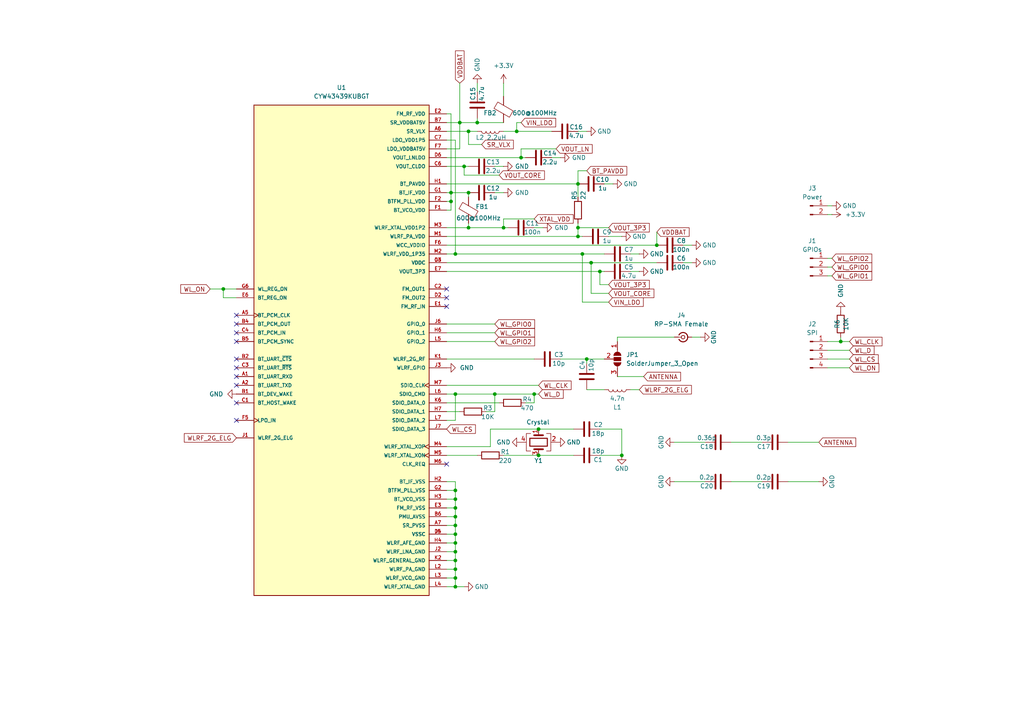
<source format=kicad_sch>
(kicad_sch (version 20250114) (generator "eeschema") (generator_version "9.0")
  (paper "A4")
  (lib_symbols
    (symbol "CYW43439:CYW43439KUBGT" (pin_names (offset 1.016))
      (property "Reference" "U" (at -25.4 73.66 0))
      (property "Value" "CYW43439KUBGT" (at -25.4 -73.66 0))
      (symbol "CYW43439KUBGT_0_0"
        (rectangle (start -25.4 -71.12) (end 25.4 71.12) (stroke (width 0.254)) (fill (type background)))
        (pin input line (at -30.48 17.78 0) (length 5.08) (name "WL_REG_ON") (number "G6"))
        (pin input line (at -30.48 15.24 0) (length 5.08) (name "BT_REG_ON") (number "E6"))
        (pin bidirectional clock (at -30.48 10.16 0) (length 5.08) (name "BT_PCM_CLK") (number "A5"))
        (pin output line (at -30.48 7.62 0) (length 5.08) (name "BT_PCM_OUT") (number "B4"))
        (pin input line (at -30.48 5.08 0) (length 5.08) (name "BT_PCM_IN") (number "C4"))
        (pin bidirectional line (at -30.48 2.54 0) (length 5.08) (name "BT_PCM_SYNC") (number "B5"))
        (pin input line (at -30.48 -2.54 0) (length 5.08) (name "BT_UART_~{CTS}") (number "B2"))
        (pin output line (at -30.48 -5.08 0) (length 5.08) (name "BT_UART_~{RTS}") (number "C3"))
        (pin input line (at -30.48 -7.62 0) (length 5.08) (name "BT_UART_RXD") (number "A1"))
        (pin output line (at -30.48 -10.16 0) (length 5.08) (name "BT_UART_TXD") (number "A2"))
        (pin bidirectional line (at -30.48 -12.7 0) (length 5.08) (name "BT_DEV_WAKE") (number "B1"))
        (pin bidirectional line (at -30.48 -15.24 0) (length 5.08) (name "BT_HOST_WAKE") (number "C1"))
        (pin input clock (at -30.48 -20.32 0) (length 5.08) (name "LPO_IN") (number "F5"))
        (pin input line (at -30.48 -25.4 0) (length 5.08) (name "WLRF_2G_ELG") (number "J1"))
        (pin bidirectional line (at 30.48 68.58 180) (length 5.08) (name "FM_RF_VDD") (number "E2"))
        (pin power_in line (at 30.48 66.04 180) (length 5.08) (name "SR_VDDBAT5V") (number "B7"))
        (pin power_in line (at 30.48 63.5 180) (length 5.08) (name "SR_VLX") (number "A6"))
        (pin power_in line (at 30.48 60.96 180) (length 5.08) (name "LDO_VDD1P5") (number "C7"))
        (pin power_in line (at 30.48 58.42 180) (length 5.08) (name "LDO_VDDBAT5V") (number "F7"))
        (pin power_in line (at 30.48 55.88 180) (length 5.08) (name "VOUT_LNLDO") (number "D6"))
        (pin power_in line (at 30.48 53.34 180) (length 5.08) (name "VOUT_CLDO") (number "C6"))
        (pin power_in line (at 30.48 48.26 180) (length 5.08) (name "BT_PAVDD") (number "H1"))
        (pin power_in line (at 30.48 45.72 180) (length 5.08) (name "BT_IF_VDD") (number "G1"))
        (pin power_in line (at 30.48 43.18 180) (length 5.08) (name "BTFM_PLL_VDD") (number "F2"))
        (pin power_in line (at 30.48 40.64 180) (length 5.08) (name "BT_VCO_VDD") (number "F1"))
        (pin power_in line (at 30.48 35.56 180) (length 5.08) (name "WLRF_XTAL_VDD1P2") (number "M3"))
        (pin power_in line (at 30.48 33.02 180) (length 5.08) (name "WLRF_PA_VDD") (number "M1"))
        (pin power_in line (at 30.48 30.48 180) (length 5.08) (name "WCC_VDDIO") (number "F6"))
        (pin power_in line (at 30.48 27.94 180) (length 5.08) (name "WLRF_VDD_1P35") (number "M2"))
        (pin power_in line (at 30.48 25.4 180) (length 5.08) (name "VDDC") (number "D3"))
        (pin power_in line (at 30.48 25.4 180) (length 5.08) (name "VDDC") (number "G4"))
        (pin power_in line (at 30.48 22.86 180) (length 5.08) (name "VOUT_3P3") (number "E7"))
        (pin output line (at 30.48 17.78 180) (length 5.08) (name "FM_OUT1") (number "C2"))
        (pin output line (at 30.48 15.24 180) (length 5.08) (name "FM_OUT2") (number "D2"))
        (pin input line (at 30.48 12.7 180) (length 5.08) (name "FM_RF_IN") (number "E1"))
        (pin bidirectional line (at 30.48 7.62 180) (length 5.08) (name "GPIO_0") (number "J6"))
        (pin bidirectional line (at 30.48 5.08 180) (length 5.08) (name "GPIO_1") (number "H6"))
        (pin bidirectional line (at 30.48 2.54 180) (length 5.08) (name "GPIO_2") (number "L5"))
        (pin output line (at 30.48 -2.54 180) (length 5.08) (name "WLRF_2G_RF") (number "K1"))
        (pin bidirectional line (at 30.48 -5.08 180) (length 5.08) (name "WLRF_GPIO") (number "J3"))
        (pin input clock (at 30.48 -10.16 180) (length 5.08) (name "SDIO_CLK") (number "M7"))
        (pin bidirectional line (at 30.48 -12.7 180) (length 5.08) (name "SDIO_CMD") (number "L6"))
        (pin bidirectional line (at 30.48 -15.24 180) (length 5.08) (name "SDIO_DATA_0") (number "K6"))
        (pin bidirectional line (at 30.48 -17.78 180) (length 5.08) (name "SDIO_DATA_1") (number "H7"))
        (pin bidirectional line (at 30.48 -20.32 180) (length 5.08) (name "SDIO_DATA_2") (number "L7"))
        (pin bidirectional line (at 30.48 -22.86 180) (length 5.08) (name "SDIO_DATA_3") (number "J7"))
        (pin input clock (at 30.48 -27.94 180) (length 5.08) (name "WLRF_XTAL_XOP") (number "M4"))
        (pin output clock (at 30.48 -30.48 180) (length 5.08) (name "WLRF_XTAL_XON") (number "M5"))
        (pin output line (at 30.48 -33.02 180) (length 5.08) (name "CLK_REQ") (number "M6"))
        (pin power_in line (at 30.48 -38.1 180) (length 5.08) (name "BT_IF_VSS") (number "H2"))
        (pin power_in line (at 30.48 -40.64 180) (length 5.08) (name "BTFM_PLL_VSS") (number "G2"))
        (pin power_in line (at 30.48 -43.18 180) (length 5.08) (name "BT_VCO_VSS") (number "H3"))
        (pin power_in line (at 30.48 -45.72 180) (length 5.08) (name "FM_RF_VSS") (number "E3"))
        (pin power_in line (at 30.48 -48.26 180) (length 5.08) (name "PMU_AVSS") (number "B6"))
        (pin power_in line (at 30.48 -50.8 180) (length 5.08) (name "SR_PVSS") (number "A7"))
        (pin power_in line (at 30.48 -53.34 180) (length 5.08) (name "VSSC") (number "D4"))
        (pin power_in line (at 30.48 -53.34 180) (length 5.08) (name "VSSC") (number "J5"))
        (pin power_in line (at 30.48 -55.88 180) (length 5.08) (name "WLRF_AFE_GND") (number "H4"))
        (pin power_in line (at 30.48 -58.42 180) (length 5.08) (name "WLRF_LNA_GND") (number "J2"))
        (pin power_in line (at 30.48 -60.96 180) (length 5.08) (name "WLRF_GENERAL_GND") (number "K2"))
        (pin power_in line (at 30.48 -63.5 180) (length 5.08) (name "WLRF_PA_GND") (number "L2"))
        (pin power_in line (at 30.48 -66.04 180) (length 5.08) (name "WLRF_VCO_GND") (number "L3"))
        (pin power_in line (at 30.48 -68.58 180) (length 5.08) (name "WLRF_XTAL_GND") (number "L4"))
      )
    )
    (symbol "Connector:Conn_01x02_Pin" (pin_names (offset 1.016) (hide yes))
      (property "Reference" "J" (at 0 2.54 0))
      (property "Value" "Conn_01x02_Pin" (at 0 -5.08 0))
      (symbol "Conn_01x02_Pin_1_1"
        (rectangle (start 0.8636 0.127) (end 0 -0.127) (stroke (width 0.1524)) (fill (type outline)))
        (rectangle (start 0.8636 -2.413) (end 0 -2.667) (stroke (width 0.1524)) (fill (type outline)))
        (polyline (pts (xy 1.27 0) (xy 0.8636 0)) (stroke (width 0.1524)))
        (polyline (pts (xy 1.27 -2.54) (xy 0.8636 -2.54)) (stroke (width 0.1524)))
        (pin passive line (at 5.08 0 180) (length 3.81) (name "Pin_1") (number "1"))
        (pin passive line (at 5.08 -2.54 180) (length 3.81) (name "Pin_2") (number "2"))
      )
    )
    (symbol "Connector:Conn_01x03_Pin" (pin_names (offset 1.016) (hide yes))
      (property "Reference" "J" (at 0 5.08 0))
      (property "Value" "Conn_01x03_Pin" (at 0 -5.08 0))
      (symbol "Conn_01x03_Pin_1_1"
        (rectangle (start 0.8636 2.667) (end 0 2.413) (stroke (width 0.1524)) (fill (type outline)))
        (rectangle (start 0.8636 0.127) (end 0 -0.127) (stroke (width 0.1524)) (fill (type outline)))
        (rectangle (start 0.8636 -2.413) (end 0 -2.667) (stroke (width 0.1524)) (fill (type outline)))
        (polyline (pts (xy 1.27 2.54) (xy 0.8636 2.54)) (stroke (width 0.1524)))
        (polyline (pts (xy 1.27 0) (xy 0.8636 0)) (stroke (width 0.1524)))
        (polyline (pts (xy 1.27 -2.54) (xy 0.8636 -2.54)) (stroke (width 0.1524)))
        (pin passive line (at 5.08 2.54 180) (length 3.81) (name "Pin_1") (number "1"))
        (pin passive line (at 5.08 0 180) (length 3.81) (name "Pin_2") (number "2"))
        (pin passive line (at 5.08 -2.54 180) (length 3.81) (name "Pin_3") (number "3"))
      )
    )
    (symbol "Connector:Conn_01x04_Pin" (pin_names (offset 1.016) (hide yes))
      (property "Reference" "J" (at 0 5.08 0))
      (property "Value" "Conn_01x04_Pin" (at 0 -7.62 0))
      (symbol "Conn_01x04_Pin_1_1"
        (rectangle (start 0.8636 2.667) (end 0 2.413) (stroke (width 0.1524)) (fill (type outline)))
        (rectangle (start 0.8636 0.127) (end 0 -0.127) (stroke (width 0.1524)) (fill (type outline)))
        (rectangle (start 0.8636 -2.413) (end 0 -2.667) (stroke (width 0.1524)) (fill (type outline)))
        (rectangle (start 0.8636 -4.953) (end 0 -5.207) (stroke (width 0.1524)) (fill (type outline)))
        (polyline (pts (xy 1.27 2.54) (xy 0.8636 2.54)) (stroke (width 0.1524)))
        (polyline (pts (xy 1.27 0) (xy 0.8636 0)) (stroke (width 0.1524)))
        (polyline (pts (xy 1.27 -2.54) (xy 0.8636 -2.54)) (stroke (width 0.1524)))
        (polyline (pts (xy 1.27 -5.08) (xy 0.8636 -5.08)) (stroke (width 0.1524)))
        (pin passive line (at 5.08 2.54 180) (length 3.81) (name "Pin_1") (number "1"))
        (pin passive line (at 5.08 0 180) (length 3.81) (name "Pin_2") (number "2"))
        (pin passive line (at 5.08 -2.54 180) (length 3.81) (name "Pin_3") (number "3"))
        (pin passive line (at 5.08 -5.08 180) (length 3.81) (name "Pin_4") (number "4"))
      )
    )
    (symbol "Connector:Conn_Coaxial_Small" (pin_numbers (hide yes)) (pin_names (offset 1.016) (hide yes))
      (property "Reference" "J" (at 0.254 3.048 0))
      (property "Value" "Conn_Coaxial_Small" (at 0 -3.81 0))
      (symbol "Conn_Coaxial_Small_0_1"
        (polyline (pts (xy -2.54 0) (xy -0.508 0)))
        (circle (center 0 0) (radius 0.508) (stroke (width 0.2032)))
      )
      (symbol "Conn_Coaxial_Small_1_1"
        (arc (start 1.3484 0.0039) (mid 0.327 -1.308) (end -1.1916 -0.6311) (stroke (width 0.3048)))
        (arc (start -1.1916 0.6311) (mid 0.327 1.3081) (end 1.3484 -0.0039) (stroke (width 0.3048)))
        (pin passive line (at -2.54 0 0) (length 1.27) (name "In") (number "1"))
        (pin passive line (at 2.54 0 180) (length 1.27) (name "Ext") (number "2"))
      )
    )
    (symbol "Device:C" (pin_numbers (hide yes)) (pin_names (offset 0.254))
      (property "Reference" "C" (at 0.635 2.54 0))
      (property "Value" "C" (at 0.635 -2.54 0))
      (symbol "C_0_1"
        (polyline (pts (xy -2.032 0.762) (xy 2.032 0.762)) (stroke (width 0.508)))
        (polyline (pts (xy -2.032 -0.762) (xy 2.032 -0.762)) (stroke (width 0.508)))
      )
      (symbol "C_1_1"
        (pin passive line (at 0 3.81 270) (length 2.794) (name "~") (number "1"))
        (pin passive line (at 0 -3.81 90) (length 2.794) (name "~") (number "2"))
      )
    )
    (symbol "Device:Crystal_GND24" (pin_names (offset 1.016) (hide yes))
      (property "Reference" "Y" (at 3.175 5.08 0))
      (property "Value" "Crystal_GND24" (at 3.175 3.175 0))
      (symbol "Crystal_GND24_0_1"
        (polyline (pts (xy -2.54 2.286) (xy -2.54 3.556) (xy 2.54 3.556) (xy 2.54 2.286)))
        (polyline (pts (xy -2.54 0) (xy -2.032 0)))
        (polyline (pts (xy -2.54 -2.286) (xy -2.54 -3.556) (xy 2.54 -3.556) (xy 2.54 -2.286)))
        (polyline (pts (xy -2.032 -1.27) (xy -2.032 1.27)) (stroke (width 0.508)))
        (rectangle (start -1.143 2.54) (end 1.143 -2.54) (stroke (width 0.3048)))
        (polyline (pts (xy 0 3.556) (xy 0 3.81)))
        (polyline (pts (xy 0 -3.81) (xy 0 -3.556)))
        (polyline (pts (xy 2.032 0) (xy 2.54 0)))
        (polyline (pts (xy 2.032 -1.27) (xy 2.032 1.27)) (stroke (width 0.508)))
      )
      (symbol "Crystal_GND24_1_1"
        (pin passive line (at -3.81 0 0) (length 1.27) (name "1") (number "1"))
        (pin passive line (at 0 5.08 270) (length 1.27) (name "2") (number "2"))
        (pin passive line (at 0 -5.08 90) (length 1.27) (name "4") (number "4"))
        (pin passive line (at 3.81 0 180) (length 1.27) (name "3") (number "3"))
      )
    )
    (symbol "Device:FerriteBead" (pin_numbers (hide yes)) (pin_names (offset 0))
      (property "Reference" "FB" (at -3.81 0.635 90))
      (property "Value" "FerriteBead" (at 3.81 0 90))
      (symbol "FerriteBead_0_1"
        (polyline (pts (xy -2.7686 0.4064) (xy -1.7018 2.2606) (xy 2.7686 -0.3048) (xy 1.6764 -2.159) (xy -2.7686 0.4064)))
        (polyline (pts (xy 0 1.27) (xy 0 1.2954)))
        (polyline (pts (xy 0 -1.27) (xy 0 -1.2192)))
      )
      (symbol "FerriteBead_1_1"
        (pin passive line (at 0 3.81 270) (length 2.54) (name "~") (number "1"))
        (pin passive line (at 0 -3.81 90) (length 2.54) (name "~") (number "2"))
      )
    )
    (symbol "Device:L" (pin_numbers (hide yes)) (pin_names (offset 1.016) (hide yes))
      (property "Reference" "L" (at -1.27 0 90))
      (property "Value" "L" (at 1.905 0 90))
      (symbol "L_0_1"
        (arc (start 0 2.54) (mid 0.6323 1.905) (end 0 1.27))
        (arc (start 0 1.27) (mid 0.6323 0.635) (end 0 0))
        (arc (start 0 0) (mid 0.6323 -0.635) (end 0 -1.27))
        (arc (start 0 -1.27) (mid 0.6323 -1.905) (end 0 -2.54))
      )
      (symbol "L_1_1"
        (pin passive line (at 0 3.81 270) (length 1.27) (name "1") (number "1"))
        (pin passive line (at 0 -3.81 90) (length 1.27) (name "2") (number "2"))
      )
    )
    (symbol "Device:R" (pin_numbers (hide yes)) (pin_names (offset 0))
      (property "Reference" "R" (at 2.032 0 90))
      (property "Value" "R" (at 0 0 90))
      (symbol "R_0_1"
        (rectangle (start -1.016 -2.54) (end 1.016 2.54) (stroke (width 0.254)))
      )
      (symbol "R_1_1"
        (pin passive line (at 0 3.81 270) (length 1.27) (name "~") (number "1"))
        (pin passive line (at 0 -3.81 90) (length 1.27) (name "~") (number "2"))
      )
    )
    (symbol "Jumper:SolderJumper_3_Open" (pin_names (offset 0) (hide yes)) (exclude_from_sim yes) (in_bom no)
      (property "Reference" "JP" (at -2.54 -2.54 0))
      (property "Value" "SolderJumper_3_Open" (at 0 2.794 0))
      (symbol "SolderJumper_3_Open_0_1"
        (polyline (pts (xy -2.54 0) (xy -2.032 0)))
        (polyline (pts (xy -1.016 1.016) (xy -1.016 -1.016)))
        (arc (start -1.016 -1.016) (mid -2.0276 0) (end -1.016 1.016))
        (arc (start -1.016 -1.016) (mid -2.0276 0) (end -1.016 1.016) (fill (type outline)))
        (rectangle (start -0.508 1.016) (end 0.508 -1.016) (fill (type outline)))
        (polyline (pts (xy 0 -1.27) (xy 0 -1.016)))
        (arc (start 1.016 1.016) (mid 2.0276 0) (end 1.016 -1.016))
        (arc (start 1.016 1.016) (mid 2.0276 0) (end 1.016 -1.016) (fill (type outline)))
        (polyline (pts (xy 1.016 1.016) (xy 1.016 -1.016)))
        (polyline (pts (xy 2.54 0) (xy 2.032 0)))
      )
      (symbol "SolderJumper_3_Open_1_1"
        (pin passive line (at -5.08 0 0) (length 2.54) (name "A") (number "1"))
        (pin passive line (at 0 -3.81 90) (length 2.54) (name "C") (number "2"))
        (pin passive line (at 5.08 0 180) (length 2.54) (name "B") (number "3"))
      )
    )
    (symbol "power:+3.3V" (power) (pin_numbers (hide yes)) (pin_names (offset 0) (hide yes))
      (property "Value" "+3.3V" (at 0 3.556 0))
      (symbol "+3.3V_0_1"
        (polyline (pts (xy -0.762 1.27) (xy 0 2.54)))
        (polyline (pts (xy 0 2.54) (xy 0.762 1.27)))
        (polyline (pts (xy 0 0) (xy 0 2.54)))
      )
      (symbol "+3.3V_1_1"
        (pin power_in line (at 0 0 90) (length 0) (name "~") (number "1"))
      )
    )
    (symbol "power:GND" (power) (pin_numbers (hide yes)) (pin_names (offset 0) (hide yes))
      (property "Value" "GND" (at 0 -3.81 0))
      (symbol "GND_0_1"
        (polyline (pts (xy 0 0) (xy 0 -1.27) (xy 1.27 -1.27) (xy 0 -2.54) (xy -1.27 -1.27) (xy 0 -1.27)))
      )
      (symbol "GND_1_1"
        (pin power_in line (at 0 0 270) (length 0) (name "~") (number "1"))
      )
    )
  )
  (junction (at 146.05 66.04))
  (junction (at 151.13 45.72))
  (junction (at 190.5 71.12))
  (junction (at 156.21 132.08))
  (junction (at 135.89 55.88))
  (junction (at 132.08 142.24))
  (junction (at 132.08 162.56))
  (junction (at 130.81 58.42))
  (junction (at 170.18 104.14))
  (junction (at 243.84 99.06))
  (junction (at 133.35 35.56))
  (junction (at 134.62 48.26))
  (junction (at 132.08 144.78))
  (junction (at 132.08 73.66))
  (junction (at 132.08 157.48))
  (junction (at 156.21 124.46))
  (junction (at 167.64 53.34))
  (junction (at 132.08 147.32))
  (junction (at 173.99 78.74))
  (junction (at 130.81 55.88))
  (junction (at 171.45 76.2))
  (junction (at 132.08 167.64))
  (junction (at 132.08 160.02))
  (junction (at 135.89 38.1))
  (junction (at 143.51 114.3))
  (junction (at 180.34 132.08))
  (junction (at 132.08 154.94))
  (junction (at 132.08 114.3))
  (junction (at 135.89 66.04))
  (junction (at 154.94 114.3))
  (junction (at 138.43 35.56))
  (junction (at 132.08 170.18))
  (junction (at 64.77 83.82))
  (junction (at 167.64 66.04))
  (junction (at 132.08 165.1))
  (junction (at 149.86 38.1))
  (junction (at 168.91 73.66))
  (junction (at 132.08 149.86))
  (junction (at 132.08 152.4))
  (junction (at 167.64 68.58))
  (no_connect (at 129.54 134.62))
  (no_connect (at 129.54 88.9))
  (no_connect (at 129.54 83.82))
  (no_connect (at 129.54 86.36))
  (no_connect (at 68.58 106.68))
  (no_connect (at 68.58 99.06))
  (no_connect (at 68.58 121.92))
  (no_connect (at 68.58 93.98))
  (no_connect (at 68.58 109.22))
  (no_connect (at 68.58 116.84))
  (no_connect (at 68.58 111.76))
  (no_connect (at 68.58 96.52))
  (no_connect (at 68.58 104.14))
  (no_connect (at 68.58 91.44))
  (wire (pts (xy 154.94 116.84) (xy 154.94 114.3)))
  (wire (pts (xy 132.08 114.3) (xy 143.51 114.3)))
  (wire (pts (xy 241.3 74.93) (xy 240.03 74.93)))
  (wire (pts (xy 138.43 35.56) (xy 146.05 35.56)))
  (wire (pts (xy 129.54 38.1) (xy 135.89 38.1)))
  (wire (pts (xy 130.81 58.42) (xy 130.81 55.88)))
  (wire (pts (xy 160.02 45.72) (xy 162.56 45.72)))
  (wire (pts (xy 146.05 63.5) (xy 146.05 66.04)))
  (wire (pts (xy 132.08 139.7) (xy 129.54 139.7)))
  (wire (pts (xy 132.08 149.86) (xy 132.08 152.4)))
  (wire (pts (xy 129.54 119.38) (xy 133.35 119.38)))
  (wire (pts (xy 162.56 104.14) (xy 170.18 104.14)))
  (wire (pts (xy 200.66 76.2) (xy 198.12 76.2)))
  (wire (pts (xy 170.18 104.14) (xy 175.26 104.14)))
  (wire (pts (xy 170.18 38.1) (xy 167.64 38.1)))
  (wire (pts (xy 212.09 139.7) (xy 220.98 139.7)))
  (wire (pts (xy 228.6 139.7) (xy 237.49 139.7)))
  (wire (pts (xy 129.54 76.2) (xy 171.45 76.2)))
  (wire (pts (xy 170.18 49.53) (xy 167.64 49.53)))
  (wire (pts (xy 135.89 64.77) (xy 135.89 66.04)))
  (wire (pts (xy 132.08 165.1) (xy 129.54 165.1)))
  (wire (pts (xy 241.3 80.01) (xy 240.03 80.01)))
  (wire (pts (xy 130.81 60.96) (xy 130.81 58.42)))
  (wire (pts (xy 167.64 64.77) (xy 167.64 66.04)))
  (wire (pts (xy 243.84 99.06) (xy 246.38 99.06)))
  (wire (pts (xy 130.81 55.88) (xy 135.89 55.88)))
  (wire (pts (xy 129.54 71.12) (xy 190.5 71.12)))
  (wire (pts (xy 170.18 104.14) (xy 170.18 105.41)))
  (wire (pts (xy 132.08 142.24) (xy 132.08 144.78)))
  (wire (pts (xy 132.08 73.66) (xy 168.91 73.66)))
  (wire (pts (xy 151.13 43.18) (xy 151.13 45.72)))
  (wire (pts (xy 129.54 43.18) (xy 133.35 43.18)))
  (wire (pts (xy 228.6 128.27) (xy 237.49 128.27)))
  (wire (pts (xy 167.64 66.04) (xy 176.53 66.04)))
  (wire (pts (xy 132.08 147.32) (xy 129.54 147.32)))
  (wire (pts (xy 146.05 38.1) (xy 149.86 38.1)))
  (wire (pts (xy 130.81 33.02) (xy 130.81 55.88)))
  (wire (pts (xy 143.51 93.98) (xy 129.54 93.98)))
  (wire (pts (xy 133.35 24.13) (xy 133.35 35.56)))
  (wire (pts (xy 176.53 85.09) (xy 171.45 85.09)))
  (wire (pts (xy 132.08 170.18) (xy 129.54 170.18)))
  (wire (pts (xy 173.99 78.74) (xy 175.26 78.74)))
  (wire (pts (xy 171.45 85.09) (xy 171.45 76.2)))
  (wire (pts (xy 132.08 154.94) (xy 129.54 154.94)))
  (wire (pts (xy 185.42 73.66) (xy 182.88 73.66)))
  (wire (pts (xy 143.51 114.3) (xy 154.94 114.3)))
  (wire (pts (xy 133.35 35.56) (xy 138.43 35.56)))
  (wire (pts (xy 64.77 86.36) (xy 64.77 83.82)))
  (wire (pts (xy 173.99 82.55) (xy 173.99 78.74)))
  (wire (pts (xy 132.08 165.1) (xy 132.08 167.64)))
  (wire (pts (xy 129.54 33.02) (xy 130.81 33.02)))
  (wire (pts (xy 168.91 73.66) (xy 175.26 73.66)))
  (wire (pts (xy 143.51 96.52) (xy 129.54 96.52)))
  (wire (pts (xy 132.08 139.7) (xy 132.08 142.24)))
  (wire (pts (xy 129.54 66.04) (xy 135.89 66.04)))
  (wire (pts (xy 154.94 66.04) (xy 157.48 66.04)))
  (wire (pts (xy 179.07 97.79) (xy 179.07 99.06)))
  (wire (pts (xy 177.8 53.34) (xy 175.26 53.34)))
  (wire (pts (xy 246.38 106.68) (xy 240.03 106.68)))
  (wire (pts (xy 146.05 24.13) (xy 146.05 27.94)))
  (wire (pts (xy 132.08 162.56) (xy 129.54 162.56)))
  (wire (pts (xy 176.53 87.63) (xy 168.91 87.63)))
  (wire (pts (xy 129.54 111.76) (xy 156.21 111.76)))
  (wire (pts (xy 132.08 152.4) (xy 129.54 152.4)))
  (wire (pts (xy 129.54 116.84) (xy 144.78 116.84)))
  (wire (pts (xy 138.43 26.67) (xy 138.43 24.13)))
  (wire (pts (xy 132.08 160.02) (xy 129.54 160.02)))
  (wire (pts (xy 132.08 167.64) (xy 129.54 167.64)))
  (wire (pts (xy 154.94 114.3) (xy 156.21 114.3)))
  (wire (pts (xy 132.08 167.64) (xy 132.08 170.18)))
  (wire (pts (xy 129.54 35.56) (xy 133.35 35.56)))
  (wire (pts (xy 154.94 63.5) (xy 146.05 63.5)))
  (wire (pts (xy 129.54 121.92) (xy 132.08 121.92)))
  (wire (pts (xy 129.54 40.64) (xy 132.08 40.64)))
  (wire (pts (xy 185.42 78.74) (xy 182.88 78.74)))
  (wire (pts (xy 168.91 68.58) (xy 167.64 68.58)))
  (wire (pts (xy 129.54 68.58) (xy 167.64 68.58)))
  (wire (pts (xy 241.3 62.23) (xy 240.03 62.23)))
  (wire (pts (xy 149.86 38.1) (xy 160.02 38.1)))
  (wire (pts (xy 132.08 40.64) (xy 132.08 73.66)))
  (wire (pts (xy 132.08 149.86) (xy 129.54 149.86)))
  (wire (pts (xy 195.58 128.27) (xy 204.47 128.27)))
  (wire (pts (xy 185.42 113.03) (xy 182.88 113.03)))
  (wire (pts (xy 129.54 132.08) (xy 138.43 132.08)))
  (wire (pts (xy 132.08 157.48) (xy 129.54 157.48)))
  (wire (pts (xy 132.08 121.92) (xy 132.08 114.3)))
  (wire (pts (xy 135.89 66.04) (xy 146.05 66.04)))
  (wire (pts (xy 190.5 67.31) (xy 190.5 71.12)))
  (wire (pts (xy 139.7 41.91) (xy 135.89 41.91)))
  (wire (pts (xy 156.21 124.46) (xy 166.37 124.46)))
  (wire (pts (xy 129.54 129.54) (xy 142.24 129.54)))
  (wire (pts (xy 147.32 66.04) (xy 146.05 66.04)))
  (wire (pts (xy 129.54 45.72) (xy 151.13 45.72)))
  (wire (pts (xy 143.51 55.88) (xy 146.05 55.88)))
  (wire (pts (xy 246.38 104.14) (xy 240.03 104.14)))
  (wire (pts (xy 132.08 147.32) (xy 132.08 149.86)))
  (wire (pts (xy 241.3 77.47) (xy 240.03 77.47)))
  (wire (pts (xy 60.96 83.82) (xy 64.77 83.82)))
  (wire (pts (xy 129.54 114.3) (xy 132.08 114.3)))
  (wire (pts (xy 195.58 139.7) (xy 204.47 139.7)))
  (wire (pts (xy 151.13 45.72) (xy 152.4 45.72)))
  (wire (pts (xy 132.08 144.78) (xy 132.08 147.32)))
  (wire (pts (xy 175.26 113.03) (xy 170.18 113.03)))
  (wire (pts (xy 143.51 48.26) (xy 146.05 48.26)))
  (wire (pts (xy 133.35 43.18) (xy 133.35 35.56)))
  (wire (pts (xy 173.99 124.46) (xy 180.34 124.46)))
  (wire (pts (xy 132.08 142.24) (xy 129.54 142.24)))
  (wire (pts (xy 156.21 132.08) (xy 166.37 132.08)))
  (wire (pts (xy 168.91 87.63) (xy 168.91 73.66)))
  (wire (pts (xy 152.4 116.84) (xy 154.94 116.84)))
  (wire (pts (xy 203.2 97.79) (xy 200.66 97.79)))
  (wire (pts (xy 132.08 162.56) (xy 132.08 165.1)))
  (wire (pts (xy 241.3 59.69) (xy 240.03 59.69)))
  (wire (pts (xy 180.34 68.58) (xy 176.53 68.58)))
  (wire (pts (xy 64.77 83.82) (xy 68.58 83.82)))
  (wire (pts (xy 167.64 66.04) (xy 167.64 68.58)))
  (wire (pts (xy 129.54 60.96) (xy 130.81 60.96)))
  (wire (pts (xy 167.64 49.53) (xy 167.64 53.34)))
  (wire (pts (xy 134.62 48.26) (xy 135.89 48.26)))
  (wire (pts (xy 149.86 35.56) (xy 149.86 38.1)))
  (wire (pts (xy 135.89 41.91) (xy 135.89 38.1)))
  (wire (pts (xy 142.24 129.54) (xy 142.24 124.46)))
  (wire (pts (xy 129.54 73.66) (xy 132.08 73.66)))
  (wire (pts (xy 135.89 55.88) (xy 135.89 57.15)))
  (wire (pts (xy 144.78 50.8) (xy 134.62 50.8)))
  (wire (pts (xy 68.58 86.36) (xy 64.77 86.36)))
  (wire (pts (xy 171.45 76.2) (xy 190.5 76.2)))
  (wire (pts (xy 140.97 119.38) (xy 143.51 119.38)))
  (wire (pts (xy 135.89 38.1) (xy 138.43 38.1)))
  (wire (pts (xy 132.08 154.94) (xy 132.08 157.48)))
  (wire (pts (xy 134.62 170.18) (xy 132.08 170.18)))
  (wire (pts (xy 179.07 97.79) (xy 195.58 97.79)))
  (wire (pts (xy 132.08 157.48) (xy 132.08 160.02)))
  (wire (pts (xy 138.43 34.29) (xy 138.43 35.56)))
  (wire (pts (xy 132.08 144.78) (xy 129.54 144.78)))
  (wire (pts (xy 180.34 124.46) (xy 180.34 132.08)))
  (wire (pts (xy 134.62 50.8) (xy 134.62 48.26)))
  (wire (pts (xy 129.54 58.42) (xy 130.81 58.42)))
  (wire (pts (xy 212.09 128.27) (xy 220.98 128.27)))
  (wire (pts (xy 129.54 53.34) (xy 167.64 53.34)))
  (wire (pts (xy 173.99 132.08) (xy 180.34 132.08)))
  (wire (pts (xy 143.51 119.38) (xy 143.51 114.3)))
  (wire (pts (xy 179.07 109.22) (xy 186.69 109.22)))
  (wire (pts (xy 243.84 99.06) (xy 243.84 97.79)))
  (wire (pts (xy 200.66 71.12) (xy 198.12 71.12)))
  (wire (pts (xy 146.05 132.08) (xy 156.21 132.08)))
  (wire (pts (xy 161.29 43.18) (xy 151.13 43.18)))
  (wire (pts (xy 176.53 82.55) (xy 173.99 82.55)))
  (wire (pts (xy 132.08 152.4) (xy 132.08 154.94)))
  (wire (pts (xy 167.64 53.34) (xy 167.64 57.15)))
  (wire (pts (xy 129.54 55.88) (xy 130.81 55.88)))
  (wire (pts (xy 132.08 160.02) (xy 132.08 162.56)))
  (wire (pts (xy 151.13 35.56) (xy 149.86 35.56)))
  (wire (pts (xy 129.54 104.14) (xy 154.94 104.14)))
  (wire (pts (xy 243.84 99.06) (xy 240.03 99.06)))
  (wire (pts (xy 129.54 78.74) (xy 173.99 78.74)))
  (wire (pts (xy 142.24 124.46) (xy 156.21 124.46)))
  (wire (pts (xy 129.54 99.06) (xy 143.51 99.06)))
  (wire (pts (xy 129.54 48.26) (xy 134.62 48.26)))
  (wire (pts (xy 246.38 101.6) (xy 240.03 101.6)))
  (global_label "ANTENNA" (shape input) (at 186.69 109.22 0) (property "Intersheetrefs" "${INTERSHEET_REFS}" (effects (hide yes))))
  (global_label "WLRF_2G_ELG" (shape input) (at 68.58 127 180) (property "Intersheetrefs" "${INTERSHEET_REFS}" (effects (hide yes))))
  (global_label "VOUT_CORE" (shape input) (at 176.53 85.09 0) (property "Intersheetrefs" "${INTERSHEET_REFS}" (effects (hide yes))))
  (global_label "WL_ON" (shape input) (at 60.96 83.82 180) (property "Intersheetrefs" "${INTERSHEET_REFS}" (effects (hide yes))))
  (global_label "VIN_LDO" (shape input) (at 176.53 87.63 0) (property "Intersheetrefs" "${INTERSHEET_REFS}" (effects (hide yes))))
  (global_label "VDDBAT" (shape input) (at 190.5 67.31 0) (property "Intersheetrefs" "${INTERSHEET_REFS}" (effects (hide yes))))
  (global_label "BT_PAVDD" (shape input) (at 170.18 49.53 0) (property "Intersheetrefs" "${INTERSHEET_REFS}" (effects (hide yes))))
  (global_label "WL_ON" (shape input) (at 246.38 106.68 0) (property "Intersheetrefs" "${INTERSHEET_REFS}" (effects (hide yes))))
  (global_label "WL_CLK" (shape input) (at 246.38 99.06 0) (property "Intersheetrefs" "${INTERSHEET_REFS}" (effects (hide yes))))
  (global_label "WL_CS" (shape input) (at 129.54 124.46 0) (property "Intersheetrefs" "${INTERSHEET_REFS}" (effects (hide yes))))
  (global_label "VOUT_CORE" (shape input) (at 144.78 50.8 0) (property "Intersheetrefs" "${INTERSHEET_REFS}" (effects (hide yes))))
  (global_label "WL_D" (shape input) (at 156.21 114.3 0) (property "Intersheetrefs" "${INTERSHEET_REFS}" (effects (hide yes))))
  (global_label "VOUT_3P3" (shape input) (at 176.53 66.04 0) (property "Intersheetrefs" "${INTERSHEET_REFS}" (effects (hide yes))))
  (global_label "ANTENNA" (shape input) (at 237.49 128.27 0) (property "Intersheetrefs" "${INTERSHEET_REFS}" (effects (hide yes))))
  (global_label "WL_CLK" (shape input) (at 156.21 111.76 0) (property "Intersheetrefs" "${INTERSHEET_REFS}" (effects (hide yes))))
  (global_label "VDDBAT" (shape input) (at 133.35 24.13 90) (property "Intersheetrefs" "${INTERSHEET_REFS}" (effects (hide yes))))
  (global_label "WL_GPIO1" (shape input) (at 241.3 80.01 0) (property "Intersheetrefs" "${INTERSHEET_REFS}" (effects (hide yes))))
  (global_label "WL_GPIO1" (shape input) (at 143.51 96.52 0) (property "Intersheetrefs" "${INTERSHEET_REFS}" (effects (hide yes))))
  (global_label "SR_VLX" (shape input) (at 139.7 41.91 0) (property "Intersheetrefs" "${INTERSHEET_REFS}" (effects (hide yes))))
  (global_label "XTAL_VDD" (shape input) (at 154.94 63.5 0) (property "Intersheetrefs" "${INTERSHEET_REFS}" (effects (hide yes))))
  (global_label "VOUT_LN" (shape input) (at 161.29 43.18 0) (property "Intersheetrefs" "${INTERSHEET_REFS}" (effects (hide yes))))
  (global_label "WL_CS" (shape input) (at 246.38 104.14 0) (property "Intersheetrefs" "${INTERSHEET_REFS}" (effects (hide yes))))
  (global_label "WL_GPIO2" (shape input) (at 143.51 99.06 0) (property "Intersheetrefs" "${INTERSHEET_REFS}" (effects (hide yes))))
  (global_label "WL_D" (shape input) (at 246.38 101.6 0) (property "Intersheetrefs" "${INTERSHEET_REFS}" (effects (hide yes))))
  (global_label "WL_GPIO2" (shape input) (at 241.3 74.93 0) (property "Intersheetrefs" "${INTERSHEET_REFS}" (effects (hide yes))))
  (global_label "WLRF_2G_ELG" (shape input) (at 185.42 113.03 0) (property "Intersheetrefs" "${INTERSHEET_REFS}" (effects (hide yes))))
  (global_label "VOUT_3P3" (shape input) (at 176.53 82.55 0) (property "Intersheetrefs" "${INTERSHEET_REFS}" (effects (hide yes))))
  (global_label "WL_GPIO0" (shape input) (at 143.51 93.98 0) (property "Intersheetrefs" "${INTERSHEET_REFS}" (effects (hide yes))))
  (global_label "WL_GPIO0" (shape input) (at 241.3 77.47 0) (property "Intersheetrefs" "${INTERSHEET_REFS}" (effects (hide yes))))
  (global_label "VIN_LDO" (shape input) (at 151.13 35.56 0) (property "Intersheetrefs" "${INTERSHEET_REFS}" (effects (hide yes))))
  (symbol (lib_id "power:GND") (at 157.48 66.04 90) (unit 1)
    (property "Reference" "#PWR012" (effects (hide yes)))
    (property "Value" "GND" (at 160.782 66.04 90) (effects (justify right)))
    (property "Description" "Power symbol creates a global label with name \"GND\" , ground" (effects (hide yes)))
  )
  (symbol (lib_id "Device:R") (at 243.84 93.98 180) (unit 1)
    (property "Reference" "R6" (at 242.824 93.98 90))
    (property "Value" "10K" (at 245.364 93.98 90))
    (property "Footprint" "Resistor_SMD:R_0603_1608Metric" (effects (hide yes)))
    (property "Description" "Resistor" (effects (hide yes)))
    (property "LCSC" "C25804" (effects (hide yes)))
  )
  (symbol (lib_id "power:+3.3V") (at 146.05 24.13 0) (unit 1)
    (property "Reference" "#PWR017" (effects (hide yes)))
    (property "Value" "+3.3V" (at 146.05 19.05 0))
    (property "Description" "Power symbol creates a global label with name \"+3.3V\"" (effects (hide yes)))
  )
  (symbol (lib_id "CYW43439:CYW43439KUBGT") (at 99.06 101.6 0) (unit 1)
    (property "Reference" "U1" (at 99.06 25.4 0))
    (property "Value" "CYW43439KUBGT" (at 99.06 27.94 0))
    (property "Footprint" "CYW43439KUBGT:BGA63N40P7X12_287X487X55N" (effects (hide yes)))
    (property "MF" "Infineon Technologies" (effects (hide yes)))
    (property "MAXIMUM_PACKAGE_HEIGHT" "0.55mm" (effects (hide yes)))
    (property "Package" "UFBGA-63 Infineon" (effects (hide yes)))
    (property "Price" "None" (effects (hide yes)))
    (property "Check_prices" "https://www.snapeda.com/parts/CYW43439KUBGT/Infineon/view-part/?ref=eda" (effects (hide yes)))
    (property "STANDARD" "IPC-7351B" (effects (hide yes)))
    (property "PARTREV" "D" (effects (hide yes)))
    (property "SnapEDA_Link" "https://www.snapeda.com/parts/CYW43439KUBGT/Infineon/view-part/?ref=snap" (effects (hide yes)))
    (property "MP" "CYW43439KUBGT" (effects (hide yes)))
    (property "Purchase-URL" "https://www.snapeda.com/api/url_track_click_mouser/?unipart_id=12261702&manufacturer=Infineon Technologies&part_name=CYW43439KUBGT&search_term=None" (effects (hide yes)))
    (property "Description_1" "\nIC RF TxRx + MCU Bluetooth, WiFi 802.11a/b/g/n, Bluetooth v5.2 + EDR, Class 1, 2 2.4GHz 63-UFBGA, WLBGA\n" (effects (hide yes)))
    (property "Availability" "In Stock" (effects (hide yes)))
    (property "MANUFACTURER" "Infineon" (effects (hide yes)))
    (property "LCSC" "C5359496" (effects (hide yes)))
  )
  (symbol (lib_id "Device:C") (at 194.31 76.2 90) (unit 1)
    (property "Reference" "C6" (at 197.612 74.93 90))
    (property "Value" "100n" (at 197.612 77.47 90))
    (property "Footprint" "Capacitor_SMD:C_0603_1608Metric" (effects (hide yes)))
    (property "Description" "Unpolarized capacitor" (effects (hide yes)))
    (property "LCSC" "C14663" (effects (hide yes)))
  )
  (symbol (lib_id "Device:C") (at 139.7 48.26 90) (unit 1)
    (property "Reference" "C13" (at 143.002 46.99 90))
    (property "Value" "2.2u" (at 143.002 49.53 90))
    (property "Footprint" "Capacitor_SMD:C_0603_1608Metric" (effects (hide yes)))
    (property "Description" "Unpolarized capacitor" (effects (hide yes)))
    (property "LCSC" "C23630" (effects (hide yes)))
  )
  (symbol (lib_id "Device:Crystal_GND24") (at 156.21 128.27 270) (unit 1)
    (property "Reference" "Y1" (at 154.94 133.604 90) (effects (justify left)))
    (property "Value" "Crystal" (at 152.654 122.428 90) (effects (justify left)))
    (property "Footprint" "Crystal:Crystal_SMD_2016-4Pin_2.0x1.6mm" (effects (hide yes)))
    (property "Description" "Four pin crystal, GND on pins 2 and 4" (effects (hide yes)))
    (property "LCSC" "C2901740" (effects (hide yes)))
  )
  (symbol (lib_id "Device:C") (at 170.18 124.46 90) (unit 1)
    (property "Reference" "C2" (at 173.482 123.19 90))
    (property "Value" "18p" (at 173.482 125.73 90))
    (property "Footprint" "Capacitor_SMD:C_0603_1608Metric" (effects (hide yes)))
    (property "Description" "Unpolarized capacitor" (effects (hide yes)))
    (property "LCSC" "C1647" (effects (hide yes)))
  )
  (symbol (lib_id "power:GND") (at 177.8 53.34 90) (unit 1)
    (property "Reference" "#PWR011" (effects (hide yes)))
    (property "Value" "GND" (at 180.848 53.34 90) (effects (justify right)))
    (property "Description" "Power symbol creates a global label with name \"GND\" , ground" (effects (hide yes)))
  )
  (symbol (lib_id "Device:C") (at 194.31 71.12 90) (unit 1)
    (property "Reference" "C8" (at 197.612 69.85 90))
    (property "Value" "100n" (at 197.612 72.39 90))
    (property "Footprint" "Capacitor_SMD:C_0603_1608Metric" (effects (hide yes)))
    (property "Description" "Unpolarized capacitor" (effects (hide yes)))
    (property "LCSC" "C14663" (effects (hide yes)))
  )
  (symbol (lib_id "Device:C") (at 158.75 104.14 90) (unit 1)
    (property "Reference" "C3" (at 162.052 102.87 90))
    (property "Value" "10p" (at 162.052 105.41 90))
    (property "Footprint" "Resistor_SMD:R_0402_1005Metric" (effects (hide yes)))
    (property "Description" "Unpolarized capacitor" (effects (hide yes)))
    (property "LCSC" "C32949" (effects (hide yes)))
  )
  (symbol (lib_id "Device:C") (at 172.72 68.58 90) (unit 1)
    (property "Reference" "C9" (at 176.022 67.31 90))
    (property "Value" "1u" (at 176.022 69.85 90))
    (property "Footprint" "Capacitor_SMD:C_0603_1608Metric" (effects (hide yes)))
    (property "Description" "Unpolarized capacitor" (effects (hide yes)))
    (property "LCSC" "C15849" (effects (hide yes)))
  )
  (symbol (lib_id "power:+3.3V") (at 241.3 62.23 270) (unit 1)
    (property "Reference" "#PWR021" (effects (hide yes)))
    (property "Value" "+3.3V" (at 245.11 62.2299 90) (effects (justify left)))
    (property "Description" "Power symbol creates a global label with name \"+3.3V\"" (effects (hide yes)))
  )
  (symbol (lib_id "power:GND") (at 200.66 71.12 90) (unit 1)
    (property "Reference" "#PWR09" (effects (hide yes)))
    (property "Value" "GND" (at 203.708 71.12 90) (effects (justify right)))
    (property "Description" "Power symbol creates a global label with name \"GND\" , ground" (effects (hide yes)))
  )
  (symbol (lib_id "Device:C") (at 179.07 78.74 90) (unit 1)
    (property "Reference" "C5" (at 182.372 77.47 90))
    (property "Value" "4.7u" (at 182.372 80.01 90))
    (property "Footprint" "Capacitor_SMD:C_0603_1608Metric" (effects (hide yes)))
    (property "Description" "Unpolarized capacitor" (effects (hide yes)))
    (property "LCSC" "C19666" (effects (hide yes)))
  )
  (symbol (lib_id "power:GND") (at 195.58 139.7 270) (unit 1)
    (property "Reference" "#PWR023" (effects (hide yes)))
    (property "Value" "GND" (at 191.77 139.7 0))
    (property "Description" "Power symbol creates a global label with name \"GND\" , ground" (effects (hide yes)))
  )
  (symbol (lib_id "Device:C") (at 224.79 139.7 270) (unit 1)
    (property "Reference" "C19" (at 221.488 140.97 90))
    (property "Value" "0.2p" (at 221.488 138.43 90))
    (property "Footprint" "Capacitor_SMD:C_0402_1005Metric" (effects (hide yes)))
    (property "Description" "Unpolarized capacitor" (effects (hide yes)))
    (property "LCSC" "C2836760" (effects (hide yes)))
  )
  (symbol (lib_id "Device:C") (at 138.43 30.48 180) (unit 1)
    (property "Reference" "C15" (at 137.16 27.178 90))
    (property "Value" "4.7u" (at 139.7 27.178 90))
    (property "Footprint" "Capacitor_SMD:C_0603_1608Metric" (effects (hide yes)))
    (property "Description" "Unpolarized capacitor" (effects (hide yes)))
    (property "LCSC" "C19666" (effects (hide yes)))
  )
  (symbol (lib_id "power:GND") (at 241.3 59.69 90) (unit 1)
    (property "Reference" "#PWR020" (effects (hide yes)))
    (property "Value" "GND" (at 244.348 59.69 90) (effects (justify right)))
    (property "Description" "Power symbol creates a global label with name \"GND\" , ground" (effects (hide yes)))
  )
  (symbol (lib_id "power:GND") (at 185.42 73.66 90) (unit 1)
    (property "Reference" "#PWR08" (effects (hide yes)))
    (property "Value" "GND" (at 188.468 73.66 90) (effects (justify right)))
    (property "Description" "Power symbol creates a global label with name \"GND\" , ground" (effects (hide yes)))
  )
  (symbol (lib_id "Device:C") (at 224.79 128.27 270) (unit 1)
    (property "Reference" "C17" (at 221.488 129.54 90))
    (property "Value" "0.3p" (at 221.488 127 90))
    (property "Footprint" "Capacitor_SMD:C_0402_1005Metric" (effects (hide yes)))
    (property "Description" "Unpolarized capacitor" (effects (hide yes)))
    (property "LCSC" "C880415" (effects (hide yes)))
  )
  (symbol (lib_id "power:GND") (at 195.58 128.27 270) (unit 1)
    (property "Reference" "#PWR022" (effects (hide yes)))
    (property "Value" "GND" (at 191.77 128.27 0))
    (property "Description" "Power symbol creates a global label with name \"GND\" , ground" (effects (hide yes)))
  )
  (symbol (lib_id "Device:C") (at 156.21 45.72 90) (unit 1)
    (property "Reference" "C14" (at 159.512 44.45 90))
    (property "Value" "2.2u" (at 159.512 46.99 90))
    (property "Footprint" "Capacitor_SMD:C_0603_1608Metric" (effects (hide yes)))
    (property "Description" "Unpolarized capacitor" (effects (hide yes)))
    (property "LCSC" "C23630" (effects (hide yes)))
  )
  (symbol (lib_id "power:GND") (at 68.58 114.3 270) (unit 1)
    (property "Reference" "#PWR04" (effects (hide yes)))
    (property "Value" "GND" (at 64.77 114.2999 90) (effects (justify right)))
    (property "Description" "Power symbol creates a global label with name \"GND\" , ground" (effects (hide yes)))
  )
  (symbol (lib_id "power:GND") (at 170.18 38.1 90) (unit 1)
    (property "Reference" "#PWR018" (effects (hide yes)))
    (property "Value" "GND" (at 173.228 38.1 90) (effects (justify right)))
    (property "Description" "Power symbol creates a global label with name \"GND\" , ground" (effects (hide yes)))
  )
  (symbol (lib_id "power:GND") (at 134.62 170.18 90) (unit 1)
    (property "Reference" "#PWR05" (effects (hide yes)))
    (property "Value" "GND" (at 137.668 170.18 90) (effects (justify right)))
    (property "Description" "Power symbol creates a global label with name \"GND\" , ground" (effects (hide yes)))
  )
  (symbol (lib_id "power:GND") (at 161.29 128.27 90) (unit 1)
    (property "Reference" "#PWR025" (effects (hide yes)))
    (property "Value" "GND" (at 164.338 128.27 90) (effects (justify right)))
    (property "Description" "Power symbol creates a global label with name \"GND\" , ground" (effects (hide yes)))
  )
  (symbol (lib_id "power:GND") (at 237.49 139.7 90) (unit 1)
    (property "Reference" "#PWR024" (effects (hide yes)))
    (property "Value" "GND" (at 241.3 139.7 0))
    (property "Description" "Power symbol creates a global label with name \"GND\" , ground" (effects (hide yes)))
  )
  (symbol (lib_id "Device:L") (at 142.24 38.1 270) (unit 1)
    (property "Reference" "L2" (at 139.192 39.878 90))
    (property "Value" "2.2uH" (at 144.018 39.878 90))
    (property "Footprint" "Inductor_SMD:L_0603_1608Metric" (effects (hide yes)))
    (property "Description" "Inductor" (effects (hide yes)))
  )
  (symbol (lib_id "Device:C") (at 208.28 128.27 270) (unit 1)
    (property "Reference" "C18" (at 204.978 129.54 90))
    (property "Value" "0.36p" (at 204.978 127 90))
    (property "Footprint" "Capacitor_SMD:C_0402_1005Metric" (effects (hide yes)))
    (property "Description" "Unpolarized capacitor" (effects (hide yes)))
    (property "LCSC" "C2177917" (effects (hide yes)))
  )
  (symbol (lib_id "Connector:Conn_Coaxial_Small") (at 198.12 97.79 0) (unit 1)
    (property "Reference" "J4" (at 197.6004 91.44 0))
    (property "Value" "RP-SMA Female" (at 197.6004 93.98 0))
    (property "Footprint" "Connector_Coaxial:SMA_Amphenol_132134-14_Vertical" (effects (hide yes)))
    (property "Description" "small coaxial connector (BNC, SMA, SMB, SMC, Cinch/RCA, LEMO, ...)" (effects (hide yes)))
  )
  (symbol (lib_id "power:GND") (at 180.34 68.58 90) (unit 1)
    (property "Reference" "#PWR010" (effects (hide yes)))
    (property "Value" "GND" (at 183.388 68.58 90) (effects (justify right)))
    (property "Description" "Power symbol creates a global label with name \"GND\" , ground" (effects (hide yes)))
  )
  (symbol (lib_id "Connector:Conn_01x03_Pin") (at 234.95 77.47 0) (unit 1)
    (property "Reference" "J1" (at 235.585 69.85 0))
    (property "Value" "GPIOs" (at 235.585 72.39 0))
    (property "Footprint" "Connector_PinHeader_2.54mm:PinHeader_1x03_P2.54mm_Vertical" (effects (hide yes)))
    (property "Description" "Generic connector, single row, 01x03, script generated" (effects (hide yes)))
  )
  (symbol (lib_id "Device:C") (at 170.18 132.08 90) (unit 1)
    (property "Reference" "C1" (at 173.482 133.35 90))
    (property "Value" "18p" (at 173.482 130.81 90))
    (property "Footprint" "Capacitor_SMD:C_0603_1608Metric" (effects (hide yes)))
    (property "Description" "Unpolarized capacitor" (effects (hide yes)))
    (property "LCSC" "C1647" (effects (hide yes)))
  )
  (symbol (lib_id "Device:C") (at 170.18 109.22 180) (unit 1)
    (property "Reference" "C4" (at 168.91 105.918 90))
    (property "Value" "10p" (at 171.45 105.918 90))
    (property "Footprint" "Resistor_SMD:R_0402_1005Metric" (effects (hide yes)))
    (property "Description" "Unpolarized capacitor" (effects (hide yes)))
    (property "LCSC" "C32949" (effects (hide yes)))
  )
  (symbol (lib_id "power:GND") (at 146.05 55.88 90) (unit 1)
    (property "Reference" "#PWR013" (effects (hide yes)))
    (property "Value" "GND" (at 149.352 55.88 90) (effects (justify right)))
    (property "Description" "Power symbol creates a global label with name \"GND\" , ground" (effects (hide yes)))
  )
  (symbol (lib_id "power:GND") (at 146.05 48.26 90) (unit 1)
    (property "Reference" "#PWR014" (effects (hide yes)))
    (property "Value" "GND" (at 149.352 48.26 90) (effects (justify right)))
    (property "Description" "Power symbol creates a global label with name \"GND\" , ground" (effects (hide yes)))
  )
  (symbol (lib_id "power:GND") (at 180.34 132.08 0) (unit 1)
    (property "Reference" "#PWR01" (effects (hide yes)))
    (property "Value" "GND" (at 180.34 135.89 0))
    (property "Description" "Power symbol creates a global label with name \"GND\" , ground" (effects (hide yes)))
  )
  (symbol (lib_id "Device:R") (at 142.24 132.08 90) (unit 1)
    (property "Reference" "R1" (at 146.558 131.064 90))
    (property "Value" "220" (at 146.558 133.604 90))
    (property "Footprint" "Resistor_SMD:R_0603_1608Metric" (effects (hide yes)))
    (property "Description" "Resistor" (effects (hide yes)))
    (property "LCSC" "C22962" (effects (hide yes)))
  )
  (symbol (lib_id "Device:FerriteBead") (at 146.05 31.75 180) (unit 1)
    (property "Reference" "FB2" (at 144.018 32.766 0) (effects (justify left)))
    (property "Value" "600@100MHz" (at 161.544 32.766 0) (effects (justify left)))
    (property "Footprint" "Inductor_SMD:L_0603_1608Metric" (effects (hide yes)))
    (property "Description" "Ferrite bead" (effects (hide yes)))
  )
  (symbol (lib_id "power:GND") (at 162.56 45.72 90) (unit 1)
    (property "Reference" "#PWR015" (effects (hide yes)))
    (property "Value" "GND" (at 165.862 45.72 90) (effects (justify right)))
    (property "Description" "Power symbol creates a global label with name \"GND\" , ground" (effects (hide yes)))
  )
  (symbol (lib_id "power:GND") (at 185.42 78.74 90) (unit 1)
    (property "Reference" "#PWR06" (effects (hide yes)))
    (property "Value" "GND" (at 188.468 78.74 90) (effects (justify right)))
    (property "Description" "Power symbol creates a global label with name \"GND\" , ground" (effects (hide yes)))
  )
  (symbol (lib_id "Device:FerriteBead") (at 135.89 60.96 0) (unit 1)
    (property "Reference" "FB1" (at 137.922 59.944 0) (effects (justify left)))
    (property "Value" "600@100MHz" (at 132.334 63.246 0) (effects (justify left)))
    (property "Footprint" "Inductor_SMD:L_0603_1608Metric" (effects (hide yes)))
    (property "Description" "Ferrite bead" (effects (hide yes)))
  )
  (symbol (lib_id "Device:L") (at 179.07 113.03 270) (unit 1)
    (property "Reference" "L1" (at 179.07 118.11 90))
    (property "Value" "4.7n" (at 179.07 115.57 90))
    (property "Footprint" "Resistor_SMD:R_0402_1005Metric" (effects (hide yes)))
    (property "Description" "Inductor" (effects (hide yes)))
  )
  (symbol (lib_id "Device:R") (at 137.16 119.38 90) (unit 1)
    (property "Reference" "R3" (at 141.478 118.364 90))
    (property "Value" "10K" (at 141.478 120.904 90))
    (property "Footprint" "Resistor_SMD:R_0603_1608Metric" (effects (hide yes)))
    (property "Description" "Resistor" (effects (hide yes)))
    (property "LCSC" "C25804" (effects (hide yes)))
  )
  (symbol (lib_id "power:GND") (at 203.2 97.79 90) (unit 1)
    (property "Reference" "#PWR026" (effects (hide yes)))
    (property "Value" "GND" (at 207.01 97.79 0))
    (property "Description" "Power symbol creates a global label with name \"GND\" , ground" (effects (hide yes)))
  )
  (symbol (lib_id "power:GND") (at 243.84 90.17 180) (unit 1)
    (property "Reference" "#PWR027" (effects (hide yes)))
    (property "Value" "GND" (at 243.8399 86.36 90) (effects (justify right)))
    (property "Description" "Power symbol creates a global label with name \"GND\" , ground" (effects (hide yes)))
  )
  (symbol (lib_id "Device:C") (at 208.28 139.7 270) (unit 1)
    (property "Reference" "C20" (at 204.978 140.97 90))
    (property "Value" "0.2p" (at 204.978 138.43 90))
    (property "Footprint" "Capacitor_SMD:C_0402_1005Metric" (effects (hide yes)))
    (property "Description" "Unpolarized capacitor" (effects (hide yes)))
    (property "LCSC" "C2836760" (effects (hide yes)))
  )
  (symbol (lib_id "Device:C") (at 171.45 53.34 90) (unit 1)
    (property "Reference" "C10" (at 174.752 52.07 90))
    (property "Value" "1u" (at 174.752 54.61 90))
    (property "Footprint" "Capacitor_SMD:C_0603_1608Metric" (effects (hide yes)))
    (property "Description" "Unpolarized capacitor" (effects (hide yes)))
    (property "LCSC" "C15849" (effects (hide yes)))
  )
  (symbol (lib_id "Device:C") (at 151.13 66.04 90) (unit 1)
    (property "Reference" "C11" (at 154.432 64.77 90))
    (property "Value" "100n" (at 154.432 67.31 90))
    (property "Footprint" "Capacitor_SMD:C_0603_1608Metric" (effects (hide yes)))
    (property "Description" "Unpolarized capacitor" (effects (hide yes)))
    (property "LCSC" "C14663" (effects (hide yes)))
  )
  (symbol (lib_id "power:GND") (at 138.43 24.13 180) (unit 1)
    (property "Reference" "#PWR016" (effects (hide yes)))
    (property "Value" "GND" (at 138.43 20.828 90) (effects (justify right)))
    (property "Description" "Power symbol creates a global label with name \"GND\" , ground" (effects (hide yes)))
  )
  (symbol (lib_id "Device:C") (at 163.83 38.1 90) (unit 1)
    (property "Reference" "C16" (at 167.132 36.83 90))
    (property "Value" "4.7u" (at 167.132 39.37 90))
    (property "Footprint" "Capacitor_SMD:C_0603_1608Metric" (effects (hide yes)))
    (property "Description" "Unpolarized capacitor" (effects (hide yes)))
    (property "LCSC" "C19666" (effects (hide yes)))
  )
  (symbol (lib_id "power:GND") (at 200.66 76.2 90) (unit 1)
    (property "Reference" "#PWR07" (effects (hide yes)))
    (property "Value" "GND" (at 203.708 76.2 90) (effects (justify right)))
    (property "Description" "Power symbol creates a global label with name \"GND\" , ground" (effects (hide yes)))
  )
  (symbol (lib_id "power:GND") (at 129.54 106.68 90) (unit 1)
    (property "Reference" "#PWR03" (effects (hide yes)))
    (property "Value" "GND" (at 133.35 106.6799 90) (effects (justify right)))
    (property "Description" "Power symbol creates a global label with name \"GND\" , ground" (effects (hide yes)))
  )
  (symbol (lib_id "Device:R") (at 167.64 60.96 180) (unit 1)
    (property "Reference" "R5" (at 166.624 56.642 90))
    (property "Value" "22" (at 169.164 56.642 90))
    (property "Footprint" "Resistor_SMD:R_0603_1608Metric" (effects (hide yes)))
    (property "Description" "Resistor" (effects (hide yes)))
    (property "LCSC" "C23345" (effects (hide yes)))
  )
  (symbol (lib_id "power:GND") (at 151.13 128.27 270) (unit 1)
    (property "Reference" "#PWR02" (effects (hide yes)))
    (property "Value" "GND" (at 148.082 128.27 90) (effects (justify right)))
    (property "Description" "Power symbol creates a global label with name \"GND\" , ground" (effects (hide yes)))
  )
  (symbol (lib_id "Device:C") (at 179.07 73.66 90) (unit 1)
    (property "Reference" "C7" (at 182.372 72.39 90))
    (property "Value" "1u" (at 182.372 74.93 90))
    (property "Footprint" "Capacitor_SMD:C_0603_1608Metric" (effects (hide yes)))
    (property "Description" "Unpolarized capacitor" (effects (hide yes)))
    (property "LCSC" "C15849" (effects (hide yes)))
  )
  (symbol (lib_id "Connector:Conn_01x02_Pin") (at 234.95 59.69 0) (unit 1)
    (property "Reference" "J3" (at 235.585 54.61 0))
    (property "Value" "Power" (at 235.585 57.15 0))
    (property "Footprint" "Connector_PinHeader_2.54mm:PinHeader_1x02_P2.54mm_Vertical" (effects (hide yes)))
    (property "Description" "Generic connector, single row, 01x02, script generated" (effects (hide yes)))
  )
  (symbol (lib_id "Connector:Conn_01x04_Pin") (at 234.95 101.6 0) (unit 1)
    (property "Reference" "J2" (at 235.585 93.98 0))
    (property "Value" "SPI" (at 235.585 96.52 0))
    (property "Footprint" "Connector_PinHeader_2.54mm:PinHeader_1x04_P2.54mm_Vertical" (effects (hide yes)))
    (property "Description" "Generic connector, single row, 01x04, script generated" (effects (hide yes)))
  )
  (symbol (lib_id "Device:C") (at 139.7 55.88 90) (unit 1)
    (property "Reference" "C12" (at 143.002 54.61 90))
    (property "Value" "1u" (at 143.002 57.15 90))
    (property "Footprint" "Capacitor_SMD:C_0603_1608Metric" (effects (hide yes)))
    (property "Description" "Unpolarized capacitor" (effects (hide yes)))
    (property "LCSC" "C15849" (effects (hide yes)))
  )
  (symbol (lib_id "Jumper:SolderJumper_3_Open") (at 179.07 104.14 270) (unit 1) (exclude_from_sim yes) (in_bom no)
    (property "Reference" "JP1" (at 181.61 102.8699 90) (effects (justify left)))
    (property "Value" "SolderJumper_3_Open" (at 181.61 105.4099 90) (effects (justify left)))
    (property "Footprint" "Jumper:SolderJumper-3_P1.3mm_Open_Pad1.0x1.5mm" (effects (hide yes)))
    (property "Description" "Solder Jumper, 3-pole, open" (effects (hide yes)))
  )
  (symbol (lib_id "Device:R") (at 148.59 116.84 90) (unit 1)
    (property "Reference" "R4" (at 152.908 115.824 90))
    (property "Value" "470" (at 152.908 118.364 90))
    (property "Footprint" "Resistor_SMD:R_0603_1608Metric" (effects (hide yes)))
    (property "Description" "Resistor" (effects (hide yes)))
    (property "LCSC" " C23179" (effects (hide yes)))
  )
)
</source>
